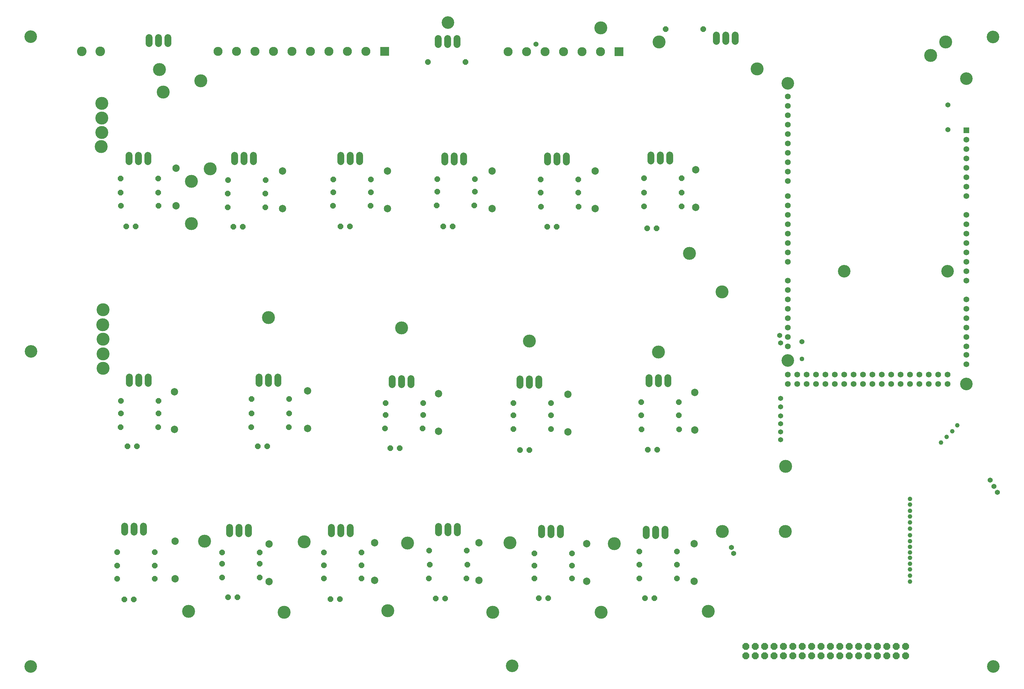
<source format=gbr>
G04 EAGLE Gerber RS-274X export*
G75*
%MOMM*%
%FSLAX34Y34*%
%LPD*%
%INSoldermask Top*%
%IPPOS*%
%AMOC8*
5,1,8,0,0,1.08239X$1,22.5*%
G01*
%ADD10C,3.403200*%
%ADD11R,1.563200X1.563200*%
%ADD12C,1.563200*%
%ADD13C,1.991363*%
%ADD14P,1.649562X8X22.500000*%
%ADD15R,2.443200X2.443200*%
%ADD16C,2.443200*%
%ADD17C,2.603200*%
%ADD18C,1.828800*%
%ADD19P,1.649562X8X202.500000*%
%ADD20P,1.979475X8X202.500000*%
%ADD21C,1.371600*%
%ADD22C,1.295400*%
%ADD23C,3.505200*%
%ADD24C,1.244600*%


D10*
X98995Y1801005D03*
X98995Y98995D03*
X2700000Y1800000D03*
X2701005Y98995D03*
X1226840Y1839154D03*
X1399951Y100000D03*
X100000Y950030D03*
D11*
X2627630Y1548130D03*
D12*
X2627630Y1522730D03*
X2627630Y1497330D03*
X2627630Y1471930D03*
X2627630Y1446530D03*
X2627630Y1421130D03*
X2627630Y1395730D03*
X2627630Y1370330D03*
X2627630Y1319530D03*
X2627630Y1294130D03*
X2627630Y1268730D03*
X2627630Y1243330D03*
X2627630Y1217930D03*
X2627630Y1192530D03*
X2627630Y1167130D03*
X2627630Y1141730D03*
X2627630Y1090930D03*
X2627630Y1065530D03*
X2627630Y1040130D03*
X2627630Y1014730D03*
X2627630Y989330D03*
X2627630Y963930D03*
X2627630Y941070D03*
X2627630Y915670D03*
X2576830Y862330D03*
X2576830Y887730D03*
X2551430Y862330D03*
X2551430Y887730D03*
X2526030Y862330D03*
X2526030Y887730D03*
X2500630Y862330D03*
X2500630Y887730D03*
X2475230Y887730D03*
X2475230Y862330D03*
X2449830Y887730D03*
X2449830Y862330D03*
X2424430Y887730D03*
X2424430Y862330D03*
X2399030Y887730D03*
X2399030Y862330D03*
X2373630Y887730D03*
X2373630Y862330D03*
X2348230Y887730D03*
X2348230Y862330D03*
X2322830Y887730D03*
X2322830Y862330D03*
X2297430Y887730D03*
X2297430Y862330D03*
X2272030Y887730D03*
X2272030Y862330D03*
X2246630Y887730D03*
X2246630Y862330D03*
X2221230Y887730D03*
X2221230Y862330D03*
X2195830Y887730D03*
X2195830Y862330D03*
X2170430Y887730D03*
X2170430Y862330D03*
X2145030Y887730D03*
X2145030Y862330D03*
X2145030Y963930D03*
X2145030Y989330D03*
X2145030Y1014730D03*
X2145030Y1040130D03*
X2145030Y1065530D03*
X2145030Y1090930D03*
X2145030Y1116330D03*
X2145030Y1141730D03*
X2145030Y1192530D03*
X2145030Y1217930D03*
X2145030Y1243330D03*
X2145030Y1268730D03*
X2145030Y1294130D03*
X2145030Y1319530D03*
X2145030Y1344930D03*
X2145030Y1370330D03*
X2145030Y1410970D03*
X2145030Y1436370D03*
X2145030Y1461770D03*
X2145030Y1487170D03*
X2145030Y1512570D03*
X2145030Y1537970D03*
X2145030Y1563370D03*
X2145030Y1588770D03*
X2145030Y1614170D03*
X2145030Y1639570D03*
D10*
X2627630Y1687830D03*
X2576830Y1167130D03*
X2297430Y1167130D03*
X2145030Y1675130D03*
X2627630Y862330D03*
X2145030Y925830D03*
D13*
X491490Y1445260D03*
X491490Y1343660D03*
X1893570Y839470D03*
X1893570Y737870D03*
X1892300Y430530D03*
X1892300Y328930D03*
X1601470Y430530D03*
X1601470Y328930D03*
X1310640Y433070D03*
X1310640Y331470D03*
X1028700Y433070D03*
X1028700Y331470D03*
X742950Y429260D03*
X742950Y327660D03*
X488950Y436880D03*
X488950Y335280D03*
X779780Y1437640D03*
X779780Y1336040D03*
X1062990Y1437640D03*
X1062990Y1336040D03*
X1346200Y1437640D03*
X1346200Y1336040D03*
X1624330Y1437640D03*
X1624330Y1336040D03*
X1896110Y1441450D03*
X1896110Y1339850D03*
X847090Y843280D03*
X847090Y741680D03*
X1201420Y835660D03*
X1201420Y734060D03*
X1550670Y834390D03*
X1550670Y732790D03*
D14*
X356870Y1288415D03*
X382270Y1288415D03*
X1766570Y684530D03*
X1791970Y684530D03*
X1758950Y283210D03*
X1784350Y283210D03*
X1471930Y283210D03*
X1497330Y283210D03*
X1193800Y281940D03*
X1219200Y281940D03*
X909320Y280670D03*
X934720Y280670D03*
X632460Y285750D03*
X657860Y285750D03*
X351790Y279400D03*
X377190Y279400D03*
X646430Y1287145D03*
X671830Y1287145D03*
X935990Y1288415D03*
X961390Y1288415D03*
X1214120Y1288415D03*
X1239520Y1288415D03*
X1494790Y1287145D03*
X1520190Y1287145D03*
X1765300Y1283335D03*
X1790700Y1283335D03*
X712470Y693420D03*
X737870Y693420D03*
X1070610Y688340D03*
X1096010Y688340D03*
X1421130Y683260D03*
X1446530Y683260D03*
D15*
X1055370Y1761490D03*
D16*
X1005370Y1761490D03*
X955370Y1761490D03*
X905370Y1761490D03*
X855370Y1761490D03*
X805370Y1761490D03*
X755370Y1761490D03*
X705370Y1761490D03*
X655370Y1761490D03*
X605370Y1761490D03*
D17*
X287020Y1761490D03*
X237020Y1761490D03*
D18*
X364490Y1480058D02*
X364490Y1463802D01*
X389890Y1463802D02*
X389890Y1480058D01*
X415290Y1480058D02*
X415290Y1463802D01*
X1770380Y879348D02*
X1770380Y863092D01*
X1795780Y863092D02*
X1795780Y879348D01*
X1821180Y879348D02*
X1821180Y863092D01*
X1762760Y469138D02*
X1762760Y452882D01*
X1788160Y452882D02*
X1788160Y469138D01*
X1813560Y469138D02*
X1813560Y452882D01*
X1479550Y455422D02*
X1479550Y471678D01*
X1504950Y471678D02*
X1504950Y455422D01*
X1530350Y455422D02*
X1530350Y471678D01*
X1201420Y476758D02*
X1201420Y460502D01*
X1226820Y460502D02*
X1226820Y476758D01*
X1252220Y476758D02*
X1252220Y460502D01*
X911860Y457962D02*
X911860Y474218D01*
X937260Y474218D02*
X937260Y457962D01*
X962660Y457962D02*
X962660Y474218D01*
X636270Y474218D02*
X636270Y457962D01*
X661670Y457962D02*
X661670Y474218D01*
X687070Y474218D02*
X687070Y457962D01*
X353060Y461772D02*
X353060Y478028D01*
X378460Y478028D02*
X378460Y461772D01*
X403860Y461772D02*
X403860Y478028D01*
X650240Y1463802D02*
X650240Y1480058D01*
X675640Y1480058D02*
X675640Y1463802D01*
X701040Y1463802D02*
X701040Y1480058D01*
X937260Y1480058D02*
X937260Y1463802D01*
X962660Y1463802D02*
X962660Y1480058D01*
X988060Y1480058D02*
X988060Y1463802D01*
X1217930Y1462532D02*
X1217930Y1478788D01*
X1243330Y1478788D02*
X1243330Y1462532D01*
X1268730Y1462532D02*
X1268730Y1478788D01*
X1496060Y1478788D02*
X1496060Y1462532D01*
X1521460Y1462532D02*
X1521460Y1478788D01*
X1546860Y1478788D02*
X1546860Y1462532D01*
X1775460Y1465072D02*
X1775460Y1481328D01*
X1800860Y1481328D02*
X1800860Y1465072D01*
X1826260Y1465072D02*
X1826260Y1481328D01*
X716280Y880618D02*
X716280Y864362D01*
X741680Y864362D02*
X741680Y880618D01*
X767080Y880618D02*
X767080Y864362D01*
X1075690Y860552D02*
X1075690Y876808D01*
X1101090Y876808D02*
X1101090Y860552D01*
X1126490Y860552D02*
X1126490Y876808D01*
X1421130Y875538D02*
X1421130Y859282D01*
X1446530Y859282D02*
X1446530Y875538D01*
X1471930Y875538D02*
X1471930Y859282D01*
D14*
X341630Y1417320D03*
X443230Y1417320D03*
X1197610Y1416050D03*
X1299210Y1416050D03*
X1197610Y1381760D03*
X1299210Y1381760D03*
X1196340Y1344930D03*
X1297940Y1344930D03*
X1477010Y1414780D03*
X1578610Y1414780D03*
X1477010Y1379220D03*
X1578610Y1379220D03*
X1478280Y1341120D03*
X1579880Y1341120D03*
X1756410Y1418590D03*
X1858010Y1418590D03*
X1756410Y1379220D03*
X1858010Y1379220D03*
X1756410Y1342390D03*
X1858010Y1342390D03*
X695960Y821690D03*
X797560Y821690D03*
X341630Y1379220D03*
X443230Y1379220D03*
X695960Y782320D03*
X797560Y782320D03*
X694690Y745490D03*
X796290Y745490D03*
X1057910Y810260D03*
X1159510Y810260D03*
X1057910Y778510D03*
X1159510Y778510D03*
X1056640Y741680D03*
X1158240Y741680D03*
X1403350Y810260D03*
X1504950Y810260D03*
X1403350Y777240D03*
X1504950Y777240D03*
X1403350Y740410D03*
X1504950Y740410D03*
X1748790Y812800D03*
X1850390Y812800D03*
X1748790Y777240D03*
X1850390Y777240D03*
X342900Y1343660D03*
X444500Y1343660D03*
X1750060Y739140D03*
X1851660Y739140D03*
X1743710Y408940D03*
X1845310Y408940D03*
X1743710Y373380D03*
X1845310Y373380D03*
X1743710Y336550D03*
X1845310Y336550D03*
X1460500Y403860D03*
X1562100Y403860D03*
X1460500Y370840D03*
X1562100Y370840D03*
X1460500Y336550D03*
X1562100Y336550D03*
X1176020Y411480D03*
X1277620Y411480D03*
X1177290Y373380D03*
X1278890Y373380D03*
X1174750Y336550D03*
X1276350Y336550D03*
X632460Y1413510D03*
X734060Y1413510D03*
X891540Y406400D03*
X993140Y406400D03*
X891540Y372110D03*
X993140Y372110D03*
X891540Y336550D03*
X993140Y336550D03*
X615950Y406400D03*
X717550Y406400D03*
X615950Y375920D03*
X717550Y375920D03*
X615950Y339090D03*
X717550Y339090D03*
X332740Y407670D03*
X434340Y407670D03*
X332740Y370840D03*
X434340Y370840D03*
X332740Y335280D03*
X434340Y335280D03*
X631190Y1376680D03*
X732790Y1376680D03*
X631190Y1339850D03*
X732790Y1339850D03*
X916940Y1414780D03*
X1018540Y1414780D03*
X916940Y1380490D03*
X1018540Y1380490D03*
X915670Y1343660D03*
X1017270Y1343660D03*
X342900Y782320D03*
X444500Y782320D03*
X342900Y816610D03*
X444500Y816610D03*
X341630Y745490D03*
X443230Y745490D03*
D18*
X365760Y864362D02*
X365760Y880618D01*
X391160Y880618D02*
X391160Y864362D01*
X416560Y864362D02*
X416560Y880618D01*
D14*
X360680Y693420D03*
X386080Y693420D03*
D13*
X487680Y840740D03*
X487680Y739140D03*
D15*
X1689100Y1760220D03*
D16*
X1639100Y1760220D03*
X1589100Y1760220D03*
X1539100Y1760220D03*
X1489100Y1760220D03*
X1439100Y1760220D03*
X1389100Y1760220D03*
D18*
X1250950Y1780032D02*
X1250950Y1796288D01*
X1225550Y1796288D02*
X1225550Y1780032D01*
X1200150Y1780032D02*
X1200150Y1796288D01*
D19*
X1273810Y1732280D03*
X1172210Y1732280D03*
D18*
X419100Y1782572D02*
X419100Y1798828D01*
X444500Y1798828D02*
X444500Y1782572D01*
X469900Y1782572D02*
X469900Y1798828D01*
D20*
X2463800Y127000D03*
X2438400Y127000D03*
X2413000Y127000D03*
X2387600Y127000D03*
X2362200Y127000D03*
X2336800Y127000D03*
X2311400Y127000D03*
X2286000Y127000D03*
X2260600Y127000D03*
X2235200Y127000D03*
X2209800Y127000D03*
X2184400Y127000D03*
X2159000Y127000D03*
X2133600Y127000D03*
X2108200Y127000D03*
X2082800Y127000D03*
X2057400Y127000D03*
X2032000Y127000D03*
X2463800Y152400D03*
X2438400Y152400D03*
X2413000Y152400D03*
X2387600Y152400D03*
X2362200Y152400D03*
X2336800Y152400D03*
X2311400Y152400D03*
X2286000Y152400D03*
X2260600Y152400D03*
X2235200Y152400D03*
X2209800Y152400D03*
X2184400Y152400D03*
X2159000Y152400D03*
X2133600Y152400D03*
X2108200Y152400D03*
X2082800Y152400D03*
X2057400Y152400D03*
X2032000Y152400D03*
D18*
X2002790Y1788922D02*
X2002790Y1805178D01*
X1977390Y1805178D02*
X1977390Y1788922D01*
X1951990Y1788922D02*
X1951990Y1805178D01*
D19*
X1916430Y1821180D03*
X1814830Y1821180D03*
D21*
X2123440Y993140D03*
X2125980Y711200D03*
X2125980Y732790D03*
X2125980Y754380D03*
X2125980Y775970D03*
X2125980Y800100D03*
X2125980Y822960D03*
D22*
X2183130Y929640D03*
D21*
X2692400Y601980D03*
D23*
X289560Y1503680D03*
X294640Y904240D03*
X525780Y247650D03*
X783590Y245110D03*
X1064514Y248920D03*
X1347470Y245110D03*
X1640840Y245110D03*
X1930400Y247650D03*
X294640Y943610D03*
X294640Y982980D03*
X293370Y1022350D03*
X294640Y1062990D03*
X290830Y1541780D03*
X290830Y1581150D03*
X290830Y1620520D03*
X457200Y1651000D03*
X447040Y1711960D03*
D21*
X2702560Y585470D03*
X1992630Y420370D03*
X2711450Y568960D03*
X1998980Y403860D03*
X1464310Y1780540D03*
D23*
X584200Y1443990D03*
X741680Y1041400D03*
X1879600Y1215390D03*
X1101090Y1013460D03*
X1446530Y977900D03*
X1967230Y1110996D03*
X1795780Y948690D03*
X2062480Y1714246D03*
X1968500Y463296D03*
X2531110Y1750060D03*
X2139218Y639542D03*
X2138680Y463550D03*
X1676400Y430530D03*
X1639570Y1825244D03*
X2571750Y1786890D03*
X1797050Y1786890D03*
X1394460Y433070D03*
X1117600Y431800D03*
X838200Y435610D03*
X568960Y436880D03*
D21*
X2125980Y972820D03*
X2183130Y976630D03*
D23*
X558800Y1681480D03*
X533400Y1409700D03*
X533400Y1295400D03*
D21*
X2578100Y1616710D03*
X2578100Y1549400D03*
D24*
X2475230Y327660D03*
X2475230Y360680D03*
X2475230Y392430D03*
X2589530Y734060D03*
X2475230Y421640D03*
X2559050Y703580D03*
X2475230Y453390D03*
X2475230Y487680D03*
X2475230Y519430D03*
X2475230Y551180D03*
X2475230Y344170D03*
X2475230Y376682D03*
X2603500Y750570D03*
X2475230Y406400D03*
X2574290Y718820D03*
X2475230Y436880D03*
X2475230Y471170D03*
X2475230Y504190D03*
X2475230Y535940D03*
M02*

</source>
